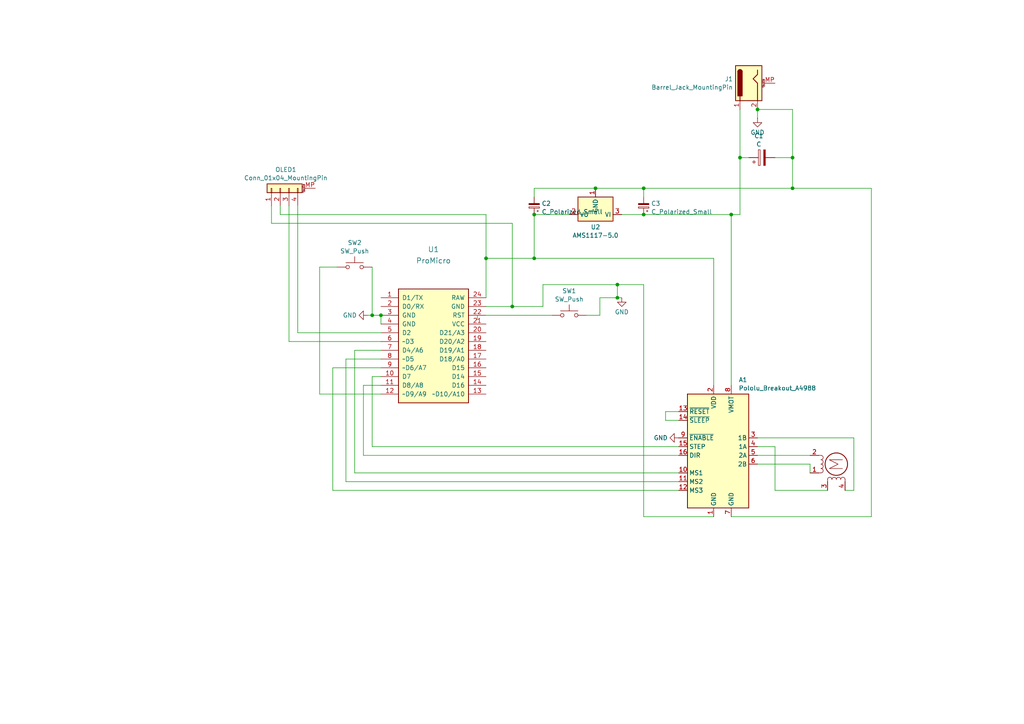
<source format=kicad_sch>
(kicad_sch (version 20250114) (generator "eeschema") (generator_version "9.0")
  (paper "A4")
  (lib_symbols
    (symbol "Arduino:Sparkfun_Pro_Micro" (pin_names (offset 1.016))
      (property "Reference" "U" (at -8.89 21.59 0))
      (property "Value" "Sparkfun_Pro_Micro" (at 0 19.05 0))
      (symbol "Sparkfun_Pro_Micro_0_1"
        (rectangle (start -10.16 17.78) (end 10.16 -15.24) (stroke (width 0.254)) (fill (type background)))
      )
      (symbol "Sparkfun_Pro_Micro_1_1"
        (pin bidirectional line (at -15.24 15.24 0) (length 5.08) (name "D1/TX") (number "1"))
        (pin bidirectional line (at -15.24 12.7 0) (length 5.08) (name "D0/RX") (number "2"))
        (pin power_in line (at -15.24 10.16 0) (length 5.08) (name "GND") (number "3"))
        (pin power_in line (at -15.24 7.62 0) (length 5.08) (name "GND") (number "4"))
        (pin bidirectional line (at -15.24 5.08 0) (length 5.08) (name "D2") (number "5"))
        (pin bidirectional line (at -15.24 2.54 0) (length 5.08) (name "~D3") (number "6"))
        (pin bidirectional line (at -15.24 0 0) (length 5.08) (name "D4/A6") (number "7"))
        (pin bidirectional line (at -15.24 -2.54 0) (length 5.08) (name "~D5") (number "8"))
        (pin bidirectional line (at -15.24 -5.08 0) (length 5.08) (name "~D6/A7") (number "9"))
        (pin bidirectional line (at -15.24 -7.62 0) (length 5.08) (name "D7") (number "10"))
        (pin bidirectional line (at -15.24 -10.16 0) (length 5.08) (name "D8/A8") (number "11"))
        (pin bidirectional line (at -15.24 -12.7 0) (length 5.08) (name "~D9/A9") (number "12"))
        (pin power_in line (at 15.24 15.24 180) (length 5.08) (name "RAW") (number "24"))
        (pin power_in line (at 15.24 12.7 180) (length 5.08) (name "GND") (number "23"))
        (pin input line (at 15.24 10.16 180) (length 5.08) (name "RST") (number "22"))
        (pin power_in line (at 15.24 7.62 180) (length 5.08) (name "VCC") (number "21"))
        (pin bidirectional line (at 15.24 5.08 180) (length 5.08) (name "D21/A3") (number "20"))
        (pin bidirectional line (at 15.24 2.54 180) (length 5.08) (name "D20/A2") (number "19"))
        (pin bidirectional line (at 15.24 0 180) (length 5.08) (name "D19/A1") (number "18"))
        (pin bidirectional line (at 15.24 -2.54 180) (length 5.08) (name "D18/A0") (number "17"))
        (pin bidirectional line (at 15.24 -5.08 180) (length 5.08) (name "D15") (number "16"))
        (pin bidirectional line (at 15.24 -7.62 180) (length 5.08) (name "D14") (number "15"))
        (pin bidirectional line (at 15.24 -10.16 180) (length 5.08) (name "D16") (number "14"))
        (pin bidirectional line (at 15.24 -12.7 180) (length 5.08) (name "~D10/A10") (number "13"))
      )
    )
    (symbol "Connector:Barrel_Jack_MountingPin" (pin_names (hide yes))
      (property "Reference" "J" (at 0 5.334 0))
      (property "Value" "Barrel_Jack_MountingPin" (at 1.27 -6.35 0))
      (symbol "Barrel_Jack_MountingPin_0_1"
        (rectangle (start -5.08 3.81) (end 5.08 -3.81) (stroke (width 0.254)) (fill (type background)))
        (polyline (pts (xy -3.81 -2.54) (xy -2.54 -2.54) (xy -1.27 -1.27) (xy 0 -2.54) (xy 2.54 -2.54) (xy 5.08 -2.54)) (stroke (width 0.254)))
        (arc (start -3.302 1.905) (mid -3.9343 2.54) (end -3.302 3.175) (stroke (width 0.254)))
        (arc (start -3.302 1.905) (mid -3.9343 2.54) (end -3.302 3.175) (stroke (width 0.254)) (fill (type outline)))
        (rectangle (start 3.683 3.175) (end -3.302 1.905) (stroke (width 0.254)) (fill (type outline)))
        (polyline (pts (xy 5.08 2.54) (xy 3.81 2.54)) (stroke (width 0.254)))
      )
      (symbol "Barrel_Jack_MountingPin_1_1"
        (polyline (pts (xy -1.016 -4.572) (xy 1.016 -4.572)) (stroke (width 0.1524)))
        (text "Mounting" (at 0 -4.191 0) (effects (font (size 0.381 0.381))))
        (pin passive line (at 0 -7.62 90) (length 3.048) (name "MountPin") (number "MP"))
        (pin passive line (at 7.62 2.54 180) (length 2.54) (name "~") (number "1"))
        (pin passive line (at 7.62 -2.54 180) (length 2.54) (name "~") (number "2"))
      )
    )
    (symbol "Connector_Generic_MountingPin:Conn_01x04_MountingPin" (pin_names (offset 1.016) (hide yes))
      (property "Reference" "J2" (at 5.4145 -1.6256 90))
      (property "Value" "Conn_01x04_MountingPin" (at 2.9902 -1.6256 90))
      (symbol "Conn_01x04_MountingPin_1_1"
        (rectangle (start -1.27 3.81) (end 1.27 -6.35) (stroke (width 0.254)) (fill (type background)))
        (rectangle (start -1.27 2.667) (end 0 2.413) (stroke (width 0.1524)))
        (rectangle (start -1.27 0.127) (end 0 -0.127) (stroke (width 0.1524)))
        (rectangle (start -1.27 -2.413) (end 0 -2.667) (stroke (width 0.1524)))
        (rectangle (start -1.27 -4.953) (end 0 -5.207) (stroke (width 0.1524)))
        (polyline (pts (xy -1.016 -7.112) (xy 1.016 -7.112)) (stroke (width 0.1524)))
        (text "Mounting" (at 0 -6.731 0) (effects (font (size 0.381 0.381))))
        (pin passive line (at -5.08 2.54 0) (length 3.81) (name "GND") (number "1"))
        (pin passive line (at -5.08 0 0) (length 3.81) (name "VCC") (number "2"))
        (pin passive line (at -5.08 -2.54 0) (length 3.81) (name "SCL") (number "3"))
        (pin passive line (at -5.08 -5.08 0) (length 3.81) (name "SDA") (number "4"))
        (pin passive line (at 0 -10.16 90) (length 3.048) (name "MountPin") (number "MP"))
      )
    )
    (symbol "Device:C_Polarized" (pin_numbers (hide yes)) (pin_names (offset 0.254))
      (property "Reference" "C" (at 0.635 2.54 0))
      (property "Value" "C_Polarized" (at 0.635 -2.54 0))
      (symbol "C_Polarized_0_1"
        (rectangle (start -2.286 0.508) (end 2.286 1.016))
        (polyline (pts (xy -1.778 2.286) (xy -0.762 2.286)))
        (polyline (pts (xy -1.27 2.794) (xy -1.27 1.778)))
        (rectangle (start 2.286 -0.508) (end -2.286 -1.016) (fill (type outline)))
      )
      (symbol "C_Polarized_1_1"
        (pin passive line (at 0 3.81 270) (length 2.794) (name "~") (number "1"))
        (pin passive line (at 0 -3.81 90) (length 2.794) (name "~") (number "2"))
      )
    )
    (symbol "Device:C_Polarized_Small" (pin_numbers (hide yes)) (pin_names (offset 0.254) (hide yes))
      (property "Reference" "C" (at 0.254 1.778 0))
      (property "Value" "C_Polarized_Small" (at 0.254 -2.032 0))
      (symbol "C_Polarized_Small_0_1"
        (rectangle (start -1.524 0.6858) (end 1.524 0.3048))
        (rectangle (start -1.524 -0.3048) (end 1.524 -0.6858) (fill (type outline)))
        (polyline (pts (xy -1.27 1.524) (xy -0.762 1.524)))
        (polyline (pts (xy -1.016 1.27) (xy -1.016 1.778)))
      )
      (symbol "C_Polarized_Small_1_1"
        (pin passive line (at 0 2.54 270) (length 1.8542) (name "~") (number "1"))
        (pin passive line (at 0 -2.54 90) (length 1.8542) (name "~") (number "2"))
      )
    )
    (symbol "Driver_Motor:Pololu_Breakout_A4988"
      (property "Reference" "A" (at -2.54 19.05 0))
      (property "Value" "Pololu_Breakout_A4988" (at -2.54 16.51 0))
      (symbol "Pololu_Breakout_A4988_0_1"
        (rectangle (start 10.16 -17.78) (end -7.62 15.24) (stroke (width 0.254)) (fill (type background)))
      )
      (symbol "Pololu_Breakout_A4988_1_1"
        (pin input line (at -10.16 10.16 0) (length 2.54) (name "~{RESET}") (number "13"))
        (pin input line (at -10.16 7.62 0) (length 2.54) (name "~{SLEEP}") (number "14"))
        (pin input line (at -10.16 2.54 0) (length 2.54) (name "~{ENABLE}") (number "9"))
        (pin input line (at -10.16 0 0) (length 2.54) (name "STEP") (number "15"))
        (pin input line (at -10.16 -2.54 0) (length 2.54) (name "DIR") (number "16"))
        (pin input line (at -10.16 -7.62 0) (length 2.54) (name "MS1") (number "10"))
        (pin input line (at -10.16 -10.16 0) (length 2.54) (name "MS2") (number "11"))
        (pin input line (at -10.16 -12.7 0) (length 2.54) (name "MS3") (number "12"))
        (pin power_in line (at 0 17.78 270) (length 2.54) (name "VDD") (number "2"))
        (pin power_in line (at 0 -20.32 90) (length 2.54) (name "GND") (number "1"))
        (pin power_in line (at 5.08 17.78 270) (length 2.54) (name "VMOT") (number "8"))
        (pin power_in line (at 5.08 -20.32 90) (length 2.54) (name "GND") (number "7"))
        (pin output line (at 12.7 2.54 180) (length 2.54) (name "1B") (number "3"))
        (pin output line (at 12.7 0 180) (length 2.54) (name "1A") (number "4"))
        (pin output line (at 12.7 -2.54 180) (length 2.54) (name "2A") (number "5"))
        (pin output line (at 12.7 -5.08 180) (length 2.54) (name "2B") (number "6"))
      )
    )
    (symbol "Motor:Stepper_Motor_bipolar" (pin_names (offset 0) (hide yes))
      (property "Reference" "M" (at 3.81 2.54 0))
      (property "Value" "Stepper_Motor_bipolar" (at 3.81 1.27 0))
      (symbol "Stepper_Motor_bipolar_0_0"
        (polyline (pts (xy -1.27 -1.778) (xy -1.27 2.032) (xy 0 -0.508) (xy 1.27 2.032) (xy 1.27 -1.778)))
      )
      (symbol "Stepper_Motor_bipolar_0_1"
        (polyline (pts (xy -5.08 2.54) (xy -4.445 2.54)))
        (polyline (pts (xy -5.08 -2.54) (xy -4.445 -2.54)))
        (arc (start -4.445 2.54) (mid -3.8127 1.905) (end -4.445 1.27))
        (arc (start -4.445 1.27) (mid -3.8127 0.635) (end -4.445 0))
        (arc (start -4.445 0) (mid -3.8127 -0.635) (end -4.445 -1.27))
        (arc (start -4.445 -1.27) (mid -3.8127 -1.905) (end -4.445 -2.54))
        (polyline (pts (xy -2.54 5.08) (xy -2.54 4.445)))
        (arc (start -1.27 4.445) (mid -1.905 3.8127) (end -2.54 4.445))
        (arc (start 0 4.445) (mid -0.635 3.8127) (end -1.27 4.445))
        (circle (center 0 0) (radius 3.2512) (stroke (width 0.254)))
        (arc (start 1.27 4.445) (mid 0.635 3.8127) (end 0 4.445))
        (arc (start 2.54 4.445) (mid 1.905 3.8127) (end 1.27 4.445))
        (polyline (pts (xy 2.54 5.08) (xy 2.54 4.445)))
      )
      (symbol "Stepper_Motor_bipolar_1_1"
        (pin passive line (at -7.62 2.54 0) (length 2.54) (name "~") (number "3"))
        (pin passive line (at -7.62 -2.54 0) (length 2.54) (name "~") (number "4"))
        (pin passive line (at -2.54 7.62 270) (length 2.54) (name "~") (number "1"))
        (pin passive line (at 2.54 7.62 270) (length 2.54) (name "-") (number "2"))
      )
    )
    (symbol "Regulator_Linear:AMS1117-5.0"
      (property "Reference" "U" (at -3.81 3.175 0))
      (property "Value" "AMS1117-5.0" (at 0 3.175 0))
      (symbol "AMS1117-5.0_0_1"
        (rectangle (start -5.08 -5.08) (end 5.08 1.905) (stroke (width 0.254)) (fill (type background)))
      )
      (symbol "AMS1117-5.0_1_1"
        (pin power_in line (at -7.62 0 0) (length 2.54) (name "VI") (number "3"))
        (pin power_in line (at 0 -7.62 90) (length 2.54) (name "GND") (number "1"))
        (pin power_out line (at 7.62 0 180) (length 2.54) (name "VO") (number "2"))
      )
    )
    (symbol "Switch:SW_Push" (pin_numbers (hide yes)) (pin_names (offset 1.016) (hide yes))
      (property "Reference" "SW" (at 1.27 2.54 0))
      (property "Value" "SW_Push" (at 0 -1.524 0))
      (symbol "SW_Push_0_1"
        (circle (center -2.032 0) (radius 0.508))
        (polyline (pts (xy 0 1.27) (xy 0 3.048)))
        (circle (center 2.032 0) (radius 0.508))
        (polyline (pts (xy 2.54 1.27) (xy -2.54 1.27)))
        (pin passive line (at -5.08 0 0) (length 2.54) (name "1") (number "1"))
        (pin passive line (at 5.08 0 180) (length 2.54) (name "2") (number "2"))
      )
    )
    (symbol "power:GND" (power) (pin_numbers (hide yes)) (pin_names (offset 0) (hide yes))
      (property "Value" "GND" (at 0 -3.81 0))
      (symbol "GND_0_1"
        (polyline (pts (xy 0 0) (xy 0 -1.27) (xy 1.27 -1.27) (xy 0 -2.54) (xy -1.27 -1.27) (xy 0 -1.27)))
      )
      (symbol "GND_1_1"
        (pin power_in line (at 0 0 270) (length 0) (name "~") (number "1"))
      )
    )
  )
  (junction (at 214.63 45.72))
  (junction (at 229.87 45.72))
  (junction (at 154.94 62.23))
  (junction (at 186.69 54.61))
  (junction (at 140.97 74.93))
  (junction (at 219.71 31.75))
  (junction (at 229.87 54.61))
  (junction (at 172.72 54.61))
  (junction (at 154.94 74.93))
  (junction (at 148.59 88.9))
  (junction (at 179.07 82.55))
  (junction (at 179.07 86.36))
  (junction (at 107.95 91.44))
  (junction (at 110.49 91.44))
  (junction (at 186.69 62.23))
  (junction (at 212.09 62.23))
  (wire (pts (xy 219.71 31.75) (xy 219.71 34.29)))
  (wire (pts (xy 154.94 54.61) (xy 172.72 54.61)))
  (wire (pts (xy 219.71 31.75) (xy 229.87 31.75)))
  (wire (pts (xy 107.95 129.54) (xy 107.95 109.22)))
  (wire (pts (xy 179.07 86.36) (xy 180.34 86.36)))
  (wire (pts (xy 96.52 106.68) (xy 110.49 106.68)))
  (wire (pts (xy 173.99 91.44) (xy 173.99 86.36)))
  (wire (pts (xy 252.73 149.86) (xy 212.09 149.86)))
  (wire (pts (xy 165.1 62.23) (xy 154.94 62.23)))
  (wire (pts (xy 207.01 74.93) (xy 154.94 74.93)))
  (wire (pts (xy 138.43 92.71) (xy 138.43 91.44)))
  (wire (pts (xy 186.69 149.86) (xy 207.01 149.86)))
  (wire (pts (xy 140.97 86.36) (xy 140.97 74.93)))
  (wire (pts (xy 179.07 82.55) (xy 179.07 86.36)))
  (wire (pts (xy 193.04 121.92) (xy 193.04 119.38)))
  (wire (pts (xy 81.28 62.23) (xy 140.97 62.23)))
  (wire (pts (xy 83.82 59.69) (xy 83.82 99.06)))
  (wire (pts (xy 102.87 137.16) (xy 102.87 101.6)))
  (wire (pts (xy 86.36 96.52) (xy 86.36 59.69)))
  (wire (pts (xy 110.49 111.76) (xy 105.41 111.76)))
  (wire (pts (xy 214.63 45.72) (xy 217.17 45.72)))
  (wire (pts (xy 219.71 132.08) (xy 234.95 132.08)))
  (wire (pts (xy 196.85 142.24) (xy 96.52 142.24)))
  (wire (pts (xy 148.59 88.9) (xy 140.97 88.9)))
  (wire (pts (xy 105.41 111.76) (xy 105.41 132.08)))
  (wire (pts (xy 219.71 129.54) (xy 224.79 129.54)))
  (wire (pts (xy 186.69 82.55) (xy 186.69 149.86)))
  (wire (pts (xy 234.95 134.62) (xy 234.95 137.16)))
  (wire (pts (xy 102.87 137.16) (xy 196.85 137.16)))
  (wire (pts (xy 154.94 57.15) (xy 154.94 54.61)))
  (wire (pts (xy 252.73 54.61) (xy 252.73 149.86)))
  (wire (pts (xy 107.95 109.22) (xy 110.49 109.22)))
  (wire (pts (xy 193.04 121.92) (xy 196.85 121.92)))
  (wire (pts (xy 186.69 54.61) (xy 229.87 54.61)))
  (wire (pts (xy 92.71 77.47) (xy 97.79 77.47)))
  (wire (pts (xy 229.87 31.75) (xy 229.87 45.72)))
  (wire (pts (xy 96.52 142.24) (xy 96.52 106.68)))
  (wire (pts (xy 92.71 114.3) (xy 110.49 114.3)))
  (wire (pts (xy 110.49 96.52) (xy 86.36 96.52)))
  (wire (pts (xy 78.74 59.69) (xy 78.74 64.77)))
  (wire (pts (xy 173.99 86.36) (xy 179.07 86.36)))
  (wire (pts (xy 214.63 31.75) (xy 214.63 45.72)))
  (wire (pts (xy 102.87 101.6) (xy 110.49 101.6)))
  (wire (pts (xy 186.69 62.23) (xy 212.09 62.23)))
  (wire (pts (xy 107.95 91.44) (xy 110.49 91.44)))
  (wire (pts (xy 224.79 142.24) (xy 224.79 129.54)))
  (wire (pts (xy 224.79 45.72) (xy 229.87 45.72)))
  (wire (pts (xy 219.71 134.62) (xy 234.95 134.62)))
  (wire (pts (xy 179.07 82.55) (xy 186.69 82.55)))
  (wire (pts (xy 219.71 127) (xy 247.65 127)))
  (wire (pts (xy 180.34 62.23) (xy 186.69 62.23)))
  (wire (pts (xy 172.72 54.61) (xy 186.69 54.61)))
  (wire (pts (xy 81.28 59.69) (xy 81.28 62.23)))
  (wire (pts (xy 140.97 91.44) (xy 160.02 91.44)))
  (wire (pts (xy 105.41 132.08) (xy 196.85 132.08)))
  (wire (pts (xy 196.85 139.7) (xy 100.33 139.7)))
  (wire (pts (xy 207.01 74.93) (xy 207.01 111.76)))
  (wire (pts (xy 252.73 54.61) (xy 229.87 54.61)))
  (wire (pts (xy 224.79 142.24) (xy 240.03 142.24)))
  (wire (pts (xy 148.59 64.77) (xy 148.59 88.9)))
  (wire (pts (xy 157.48 88.9) (xy 148.59 88.9)))
  (wire (pts (xy 106.68 91.44) (xy 107.95 91.44)))
  (wire (pts (xy 229.87 45.72) (xy 229.87 54.61)))
  (wire (pts (xy 157.48 82.55) (xy 179.07 82.55)))
  (wire (pts (xy 247.65 142.24) (xy 247.65 127)))
  (wire (pts (xy 247.65 142.24) (xy 245.11 142.24)))
  (wire (pts (xy 196.85 119.38) (xy 193.04 119.38)))
  (wire (pts (xy 107.95 77.47) (xy 107.95 91.44)))
  (wire (pts (xy 140.97 74.93) (xy 154.94 74.93)))
  (wire (pts (xy 170.18 91.44) (xy 173.99 91.44)))
  (wire (pts (xy 214.63 45.72) (xy 214.63 62.23)))
  (wire (pts (xy 78.74 64.77) (xy 148.59 64.77)))
  (wire (pts (xy 110.49 91.44) (xy 110.49 93.98)))
  (wire (pts (xy 186.69 54.61) (xy 186.69 57.15)))
  (wire (pts (xy 107.95 129.54) (xy 196.85 129.54)))
  (wire (pts (xy 212.09 62.23) (xy 214.63 62.23)))
  (wire (pts (xy 140.97 62.23) (xy 140.97 74.93)))
  (wire (pts (xy 154.94 62.23) (xy 154.94 74.93)))
  (wire (pts (xy 83.82 99.06) (xy 110.49 99.06)))
  (wire (pts (xy 92.71 77.47) (xy 92.71 114.3)))
  (wire (pts (xy 212.09 62.23) (xy 212.09 111.76)))
  (wire (pts (xy 100.33 139.7) (xy 100.33 104.14)))
  (wire (pts (xy 100.33 104.14) (xy 110.49 104.14)))
  (wire (pts (xy 157.48 82.55) (xy 157.48 88.9)))
  (symbol (lib_id "Driver_Motor:Pololu_Breakout_A4988") (at 207.01 129.54 0) (unit 1)
    (property "Reference" "A1" (at 214.2333 110.1555 0) (effects (justify left)))
    (property "Value" "Pololu_Breakout_A4988" (at 214.2333 112.5798 0) (effects (justify left)))
    (property "Footprint" "Module:Pololu_Breakout-16_15.2x20.3mm" (effects (hide yes)))
    (property "Datasheet" "https://www.pololu.com/product/2980/pictures" (effects (hide yes)))
    (property "Description" "Pololu Breakout Board, Stepper Driver A4988" (effects (hide yes)))
  )
  (symbol (lib_id "Device:C_Polarized") (at 220.98 45.72 90) (unit 1)
    (property "Reference" "C1" (at 220.091 39.4165 90))
    (property "Value" "C" (at 220.091 41.8408 90))
    (property "Footprint" "Capacitor_THT:CP_Radial_D6.3mm_P2.50mm" (effects (hide yes)))
    (property "Description" "Polarized capacitor" (effects (hide yes)))
  )
  (symbol (lib_id "Regulator_Linear:AMS1117-5.0") (at 172.72 62.23 180) (unit 1)
    (property "Reference" "U2" (at 172.72 65.8551 0))
    (property "Value" "AMS1117-5.0" (at 172.72 68.2794 0))
    (property "Footprint" "Package_TO_SOT_SMD:SOT-223-3_TabPin2" (effects (hide yes)))
    (property "Datasheet" "http://www.advanced-monolithic.com/pdf/ds1117.pdf" (effects (hide yes)))
    (property "Description" "1A Low Dropout regulator, positive, 5.0V fixed output, SOT-223" (effects (hide yes)))
  )
  (symbol (lib_id "Motor:Stepper_Motor_bipolar") (at 242.57 134.62 90) (unit 1)
    (property "Reference" "M1" (effects (hide yes)))
    (property "Value" "Stepper_Motor_bipolar" (effects (hide yes)))
    (property "Footprint" "Connector_PinHeader_2.54mm:PinHeader_1x04_P2.54mm_Vertical" (effects (hide yes)))
    (property "Datasheet" "http://www.infineon.com/dgdl/Application-Note-TLE8110EE_driving_UniPolarStepperMotor_V1.1.pdf?fileId=db3a30431be39b97011be5d0aa0a00b0" (effects (hide yes)))
    (property "Description" "4-wire bipolar stepper motor" (effects (hide yes)))
  )
  (symbol (lib_id "Arduino:Sparkfun_Pro_Micro") (at 125.73 101.6 0) (unit 1)
    (property "Reference" "U1" (at 125.73 72.3271 0) (effects (font (size 1.524 1.524))))
    (property "Value" "ProMicro" (at 125.73 75.6061 0) (effects (font (size 1.524 1.524))))
    (property "Footprint" "Keebio:ArduinoProMicro" (effects (hide yes)))
    (property "Datasheet" "https://www.sparkfun.com/products/12640" (effects (hide yes)))
  )
  (symbol (lib_id "Device:C_Polarized_Small") (at 154.94 59.69 180) (unit 1)
    (property "Reference" "C2" (at 157.099 59.0239 0) (effects (justify right)))
    (property "Value" "C_Polarized_Small" (at 157.099 61.4482 0) (effects (justify right)))
    (property "Footprint" "Capacitor_THT:CP_Radial_D5.0mm_P2.50mm" (effects (hide yes)))
    (property "Description" "Polarized capacitor, small symbol" (effects (hide yes)))
  )
  (symbol (lib_id "power:GND") (at 219.71 34.29 0) (unit 1)
    (property "Reference" "#PWR01" (effects (hide yes)))
    (property "Value" "GND" (at 219.71 38.4231 0))
    (property "Description" "Power symbol creates a global label with name \"GND\" , ground" (effects (hide yes)))
  )
  (symbol (lib_id "Connector:Barrel_Jack_MountingPin") (at 217.17 24.13 90) (mirror x) (unit 1)
    (property "Reference" "J1" (at 212.598 22.9178 90) (effects (justify left)))
    (property "Value" "Barrel_Jack_MountingPin" (at 212.598 25.3421 90) (effects (justify left)))
    (property "Footprint" "Connector_BarrelJack:BarrelJack_GCT_DCJ200-10-A_Horizontal" (effects (hide yes)))
    (property "Description" "DC Barrel Jack with a mounting pin" (effects (hide yes)))
  )
  (symbol (lib_id "power:GND") (at 106.68 91.44 270) (unit 1)
    (property "Reference" "#PWR02" (effects (hide yes)))
    (property "Value" "GND" (at 103.5051 91.44 90) (effects (justify right)))
    (property "Description" "Power symbol creates a global label with name \"GND\" , ground" (effects (hide yes)))
  )
  (symbol (lib_id "power:GND") (at 196.85 127 270) (unit 1)
    (property "Reference" "#PWR04" (effects (hide yes)))
    (property "Value" "GND" (at 193.6751 127 90) (effects (justify right)))
    (property "Description" "Power symbol creates a global label with name \"GND\" , ground" (effects (hide yes)))
  )
  (symbol (lib_id "Switch:SW_Push") (at 165.1 91.44 0) (unit 1)
    (property "Reference" "SW1" (at 165.1 84.3745 0))
    (property "Value" "SW_Push" (at 165.1 86.7988 0))
    (property "Footprint" "Button_Switch_SMD:SW_Tactile_SPST_NO_Straight_CK_PTS636Sx25SMTRLFS" (effects (hide yes)))
    (property "Description" "Push button switch, generic, two pins" (effects (hide yes)))
  )
  (symbol (lib_id "Device:C_Polarized_Small") (at 186.69 59.69 180) (unit 1)
    (property "Reference" "C3" (at 188.849 59.0239 0) (effects (justify right)))
    (property "Value" "C_Polarized_Small" (at 188.849 61.4482 0) (effects (justify right)))
    (property "Footprint" "Capacitor_THT:CP_Radial_D5.0mm_P2.50mm" (effects (hide yes)))
    (property "Description" "Polarized capacitor, small symbol" (effects (hide yes)))
  )
  (symbol (lib_id "Switch:SW_Push") (at 102.87 77.47 0) (unit 1)
    (property "Reference" "SW2" (at 102.87 70.4045 0))
    (property "Value" "SW_Push" (at 102.87 72.8288 0))
    (property "Footprint" "Button_Switch_SMD:SW_Tactile_SPST_NO_Straight_CK_PTS636Sx25SMTRLFS" (effects (hide yes)))
    (property "Description" "Push button switch, generic, two pins" (effects (hide yes)))
  )
  (symbol (lib_id "Connector_Generic_MountingPin:Conn_01x04_MountingPin") (at 81.28 54.61 90) (unit 1)
    (property "Reference" "OLED1" (at 82.9056 49.1955 90))
    (property "Value" "Conn_01x04_MountingPin" (at 82.9056 51.6198 90))
    (property "Footprint" "Connector_PinHeader_2.54mm:PinHeader_1x04_P2.54mm_Vertical" (effects (hide yes)))
    (property "Description" "Generic connectable mounting pin connector, single row, 01x04, script generated (kicad-library-utils/schlib/autogen/connector/)" (effects (hide yes)))
  )
  (symbol (lib_id "power:GND") (at 180.34 86.36 0) (unit 1)
    (property "Reference" "#PWR03" (effects (hide yes)))
    (property "Value" "GND" (at 180.34 90.4931 0))
    (property "Description" "Power symbol creates a global label with name \"GND\" , ground" (effects (hide yes)))
  )
)
</source>
